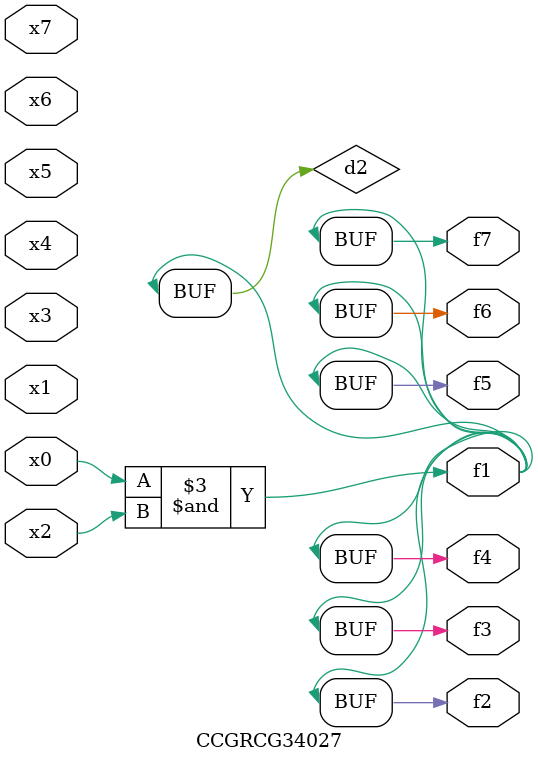
<source format=v>
module CCGRCG34027(
	input x0, x1, x2, x3, x4, x5, x6, x7,
	output f1, f2, f3, f4, f5, f6, f7
);

	wire d1, d2;

	nor (d1, x3, x6);
	and (d2, x0, x2);
	assign f1 = d2;
	assign f2 = d2;
	assign f3 = d2;
	assign f4 = d2;
	assign f5 = d2;
	assign f6 = d2;
	assign f7 = d2;
endmodule

</source>
